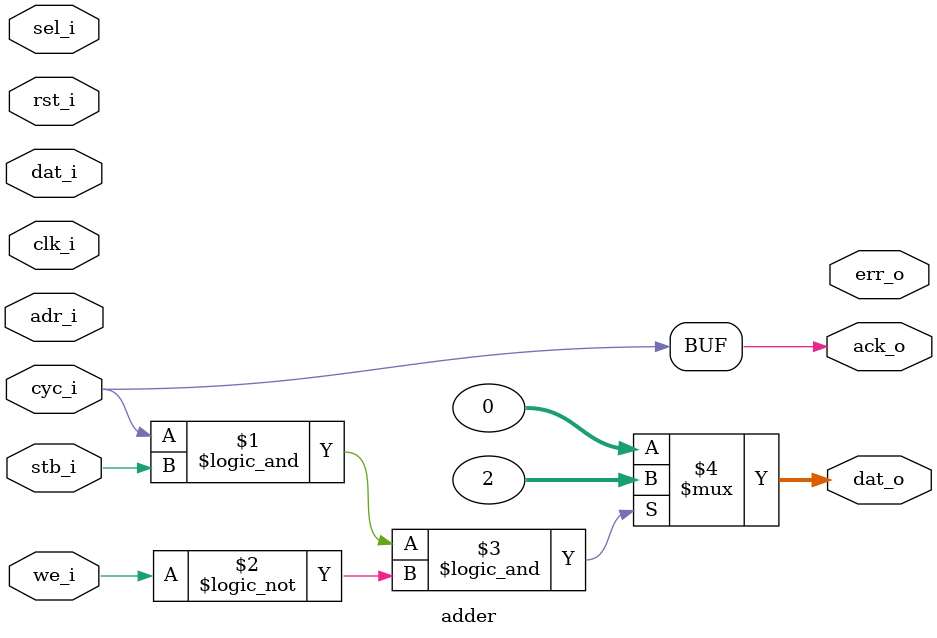
<source format=v>
`timescale 1ns / 1ps
module adder #(
    parameter ADDR_WIDTH = 2, //because it is word addressed and then we do not need to think about the last two bits
    parameter DATA_WIDTH = 32,
    parameter GRANULE = 8,
    parameter REGISTER_NUM = 4,
    localparam SEL_WIDTH = DATA_WIDTH / GRANULE
)(
    input wire rst_i,
    input wire clk_i,
    input wire [ADDR_WIDTH-1:0] adr_i,
    input wire [DATA_WIDTH-1:0] dat_i,
    output wire [DATA_WIDTH-1:0] dat_o,
    input wire [SEL_WIDTH-1:0] sel_i,
    input wire we_i,
    input wire stb_i,
    output wire ack_o,
    output wire err_o,
    input wire cyc_i
);

assign dat_o = ((cyc_i)&&(stb_i)&&(!we_i))? 32'h00000002:
                                                  32'h00000000;

assign ack_o = cyc_i;

endmodule

</source>
